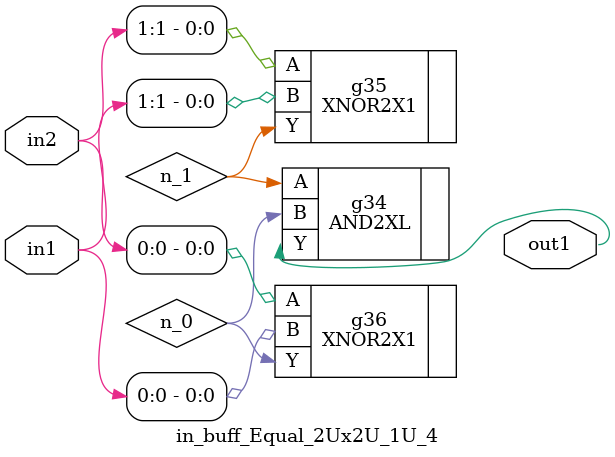
<source format=v>
`timescale 1ps / 1ps


module in_buff_Equal_2Ux2U_1U_4(in2, in1, out1);
  input [1:0] in2, in1;
  output out1;
  wire [1:0] in2, in1;
  wire out1;
  wire n_0, n_1;
  AND2XL g34(.A (n_1), .B (n_0), .Y (out1));
  XNOR2X1 g35(.A (in2[1]), .B (in1[1]), .Y (n_1));
  XNOR2X1 g36(.A (in2[0]), .B (in1[0]), .Y (n_0));
endmodule



</source>
